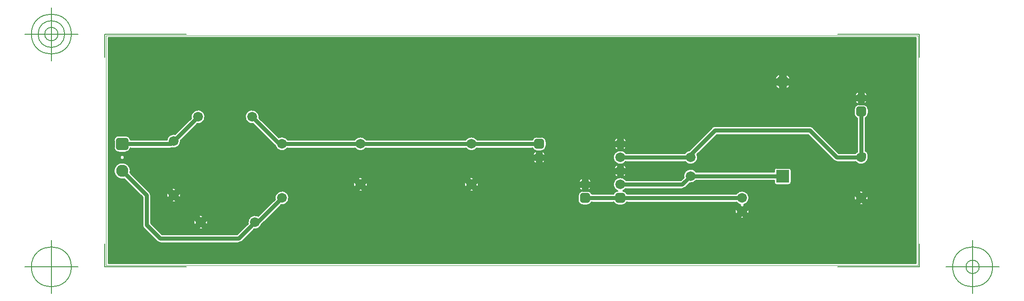
<source format=gbr>
G04 Generated by Ultiboard 14.1 *
%FSLAX25Y25*%
%MOIN*%

%ADD10C,0.00001*%
%ADD11C,0.01000*%
%ADD12C,0.03000*%
%ADD13C,0.00500*%
%ADD14C,0.00005*%
%ADD15C,0.07200*%
%ADD16R,0.03283X0.03283*%
%ADD17C,0.03917*%
%ADD18R,0.09200X0.09200*%
%ADD19C,0.09200*%
%ADD20R,0.05083X0.05083*%
%ADD21C,0.09000*%
%ADD22C,0.00100*%


G04 ColorRGB 0000FF for the following layer *
%LNCopper Bottom*%
%LPD*%
G54D10*
G36*
X598392Y-68392D02*
X598392Y-68392D01*
X1608Y-68392D01*
X1608Y98619D01*
X598392Y98619D01*
X598392Y-68392D01*
D02*
G37*
%LPC*%
G36*
X470833Y-28461D02*
G75*
D01*
G03X470833Y-28461I-833J-1539*
G01*
D02*
G37*
G36*
X471428Y-25000D02*
G75*
D01*
G03X465836Y-16885I-1428J5000*
G01*
X465836Y-16885D01*
X384899Y-16885D01*
G74*
D01*
G03X381998Y-14801I3257J1473*
G01*
G74*
D01*
G03X384164Y-13115I1998J4801*
G01*
X384164Y-13115D01*
X425833Y-13115D01*
G74*
D01*
G03X428040Y-12198I0J3115*
G01*
X428040Y-12198D01*
X431258Y-8980D01*
G75*
D01*
G03X436164Y-6948I742J5147*
G01*
X436164Y-6948D01*
X493792Y-6948D01*
X493792Y-8600D01*
G75*
D01*
G03X495400Y-10208I1608J0*
G01*
X495400Y-10208D01*
X504600Y-10208D01*
G75*
D01*
G03X506208Y-8600I0J1608*
G01*
X506208Y-8600D01*
X506208Y600D01*
G74*
D01*
G03X504600Y2208I1608J0*
G01*
X504600Y2208D01*
X495400Y2208D01*
G75*
D01*
G03X493792Y600I0J-1608*
G01*
X493792Y600D01*
X493792Y-718D01*
X436164Y-718D01*
G75*
D01*
G03X426853Y-4575I-4164J-3115*
G01*
X426853Y-4575D01*
X424543Y-6885D01*
X384164Y-6885D01*
G75*
D01*
G03X378002Y-14801I-4164J-3115*
G01*
G74*
D01*
G03X375101Y-16885I357J3557*
G01*
X375101Y-16885D01*
X358899Y-16885D01*
G74*
D01*
G03X355998Y-14801I3257J1473*
G01*
G74*
D01*
G03X358862Y-11844I1998J4801*
G01*
X358862Y-11844D01*
X355844Y-11844D01*
X355844Y-14789D01*
G74*
D01*
G03X355642Y-14783I202J3569*
G01*
X355642Y-14783D01*
X352359Y-14783D01*
G75*
D01*
G03X352156Y-14789I0J-3575*
G01*
X352156Y-14789D01*
X352156Y-11844D01*
X349138Y-11844D01*
G74*
D01*
G03X352002Y-14801I4862J1844*
G01*
G74*
D01*
G03X348783Y-18358I357J3557*
G01*
X348783Y-18358D01*
X348783Y-21641D01*
G75*
D01*
G03X352359Y-25217I3576J0*
G01*
X352359Y-25217D01*
X355642Y-25217D01*
G74*
D01*
G03X358899Y-23115I0J3576*
G01*
X358899Y-23115D01*
X375101Y-23115D01*
G75*
D01*
G03X378359Y-25217I3258J1474*
G01*
X378359Y-25217D01*
X381642Y-25217D01*
G74*
D01*
G03X384899Y-23115I0J3576*
G01*
X384899Y-23115D01*
X465836Y-23115D01*
G74*
D01*
G03X468572Y-25000I4164J3115*
G01*
G74*
D01*
G03X467866Y-25258I1428J5000*
G01*
X467866Y-25258D01*
X470000Y-27392D01*
X470833Y-26559D01*
X470833Y-26559D01*
X472134Y-25258D01*
G74*
D01*
G03X471428Y-25000I2134J4742*
G01*
D02*
G37*
G36*
X554885Y39101D02*
X554885Y39101D01*
X554885Y14164D01*
G74*
D01*
G03X553836Y13115I3115J4164*
G01*
X553836Y13115D01*
X541290Y13115D01*
X531525Y22880D01*
X531525Y22880D01*
X522206Y32200D01*
G74*
D01*
G03X520000Y33115I2206J2200*
G01*
X520000Y33115D01*
X450003Y33115D01*
G75*
D01*
G03X447797Y32203I-3J-3115*
G01*
X447797Y32203D01*
X438475Y22880D01*
X438475Y22880D01*
X430604Y15009D01*
G74*
D01*
G03X427836Y13115I1396J5009*
G01*
X427836Y13115D01*
X384164Y13115D01*
G75*
D01*
G03X384164Y6885I-4164J-3115*
G01*
X384164Y6885D01*
X427836Y6885D01*
G75*
D01*
G03X436677Y12272I4164J3115*
G01*
X436677Y12272D01*
X447286Y22880D01*
X447286Y22880D01*
X451290Y26885D01*
X518710Y26885D01*
X522714Y22880D01*
X522714Y22880D01*
X537797Y7797D01*
G75*
D01*
G03X540003Y6885I2203J2203*
G01*
X540003Y6885D01*
X553836Y6885D01*
G75*
D01*
G03X563114Y10940I4164J3115*
G01*
G75*
D01*
G03X563115Y11000I-3114J60*
G01*
X563115Y11000D01*
X563115Y12000D01*
G74*
D01*
G03X561115Y14909I3115J0*
G01*
X561115Y14909D01*
X561115Y39101D01*
G75*
D01*
G03X563217Y42359I-1473J3258*
G01*
X563217Y42359D01*
X563217Y45642D01*
G74*
D01*
G03X559998Y49199I3575J0*
G01*
G74*
D01*
G03X562862Y52156I1998J4801*
G01*
X562862Y52156D01*
X559844Y52156D01*
X559844Y49211D01*
G74*
D01*
G03X559642Y49217I202J3569*
G01*
X559642Y49217D01*
X556359Y49217D01*
G75*
D01*
G03X556156Y49211I0J-3575*
G01*
X556156Y49211D01*
X556156Y52156D01*
X553138Y52156D01*
G74*
D01*
G03X556002Y49199I4862J1844*
G01*
G74*
D01*
G03X552783Y45642I357J3557*
G01*
X552783Y45642D01*
X552783Y42359D01*
G75*
D01*
G03X554885Y39101I3576J0*
G01*
D02*
G37*
G36*
X467866Y-34742D02*
G75*
D01*
G03X472134Y-34742I2134J4742*
G01*
X472134Y-34742D01*
X470833Y-33441D01*
X470000Y-32608D01*
X467866Y-34742D01*
D02*
G37*
G36*
X375138Y21844D02*
X375138Y21844D01*
X378156Y21844D01*
X378156Y24862D01*
G74*
D01*
G03X375138Y21844I1844J4862*
G01*
D02*
G37*
G36*
X384862Y21844D02*
G74*
D01*
G03X381844Y24862I4862J1844*
G01*
X381844Y24862D01*
X381844Y21844D01*
X384862Y21844D01*
D02*
G37*
G36*
X375138Y1844D02*
X375138Y1844D01*
X378156Y1844D01*
X378156Y4862D01*
G74*
D01*
G03X375138Y1844I1844J4862*
G01*
D02*
G37*
G36*
X375138Y-1844D02*
G74*
D01*
G03X378156Y-4862I4862J1844*
G01*
X378156Y-4862D01*
X378156Y-1844D01*
X375138Y-1844D01*
D02*
G37*
G36*
X375138Y18156D02*
G74*
D01*
G03X378156Y15138I4862J1844*
G01*
X378156Y15138D01*
X378156Y18156D01*
X375138Y18156D01*
D02*
G37*
G36*
X321642Y25217D02*
X321642Y25217D01*
X318359Y25217D01*
G75*
D01*
G03X315101Y23115I0J-3575*
G01*
X315101Y23115D01*
X274164Y23115D01*
G75*
D01*
G03X265836Y23115I-4164J-3115*
G01*
X265836Y23115D01*
X192164Y23115D01*
G75*
D01*
G03X183836Y23115I-4164J-3115*
G01*
X183836Y23115D01*
X134164Y23115D01*
G75*
D01*
G03X127728Y24677I-4164J-3115*
G01*
X127728Y24677D01*
X113147Y39258D01*
G75*
D01*
G03X108742Y34853I-5147J742*
G01*
X108742Y34853D01*
X120714Y22880D01*
X120714Y22880D01*
X124991Y18604D01*
G75*
D01*
G03X134164Y16885I5009J1396*
G01*
X134164Y16885D01*
X183836Y16885D01*
G75*
D01*
G03X192164Y16885I4164J3115*
G01*
X192164Y16885D01*
X265836Y16885D01*
G75*
D01*
G03X274164Y16885I4164J3115*
G01*
X274164Y16885D01*
X315101Y16885D01*
G74*
D01*
G03X318002Y14801I3258J1474*
G01*
G74*
D01*
G03X315138Y11844I1998J4801*
G01*
X315138Y11844D01*
X318156Y11844D01*
X318156Y14789D01*
G75*
D01*
G03X318359Y14783I203J3570*
G01*
X318359Y14783D01*
X321642Y14783D01*
G74*
D01*
G03X321844Y14789I0J3576*
G01*
X321844Y14789D01*
X321844Y11844D01*
X324862Y11844D01*
G74*
D01*
G03X321998Y14801I4862J1844*
G01*
G75*
D01*
G03X325217Y18359I-356J3558*
G01*
X325217Y18359D01*
X325217Y21642D01*
G74*
D01*
G03X321642Y25217I3575J0*
G01*
D02*
G37*
G36*
X55147Y22742D02*
X55147Y22742D01*
X55286Y22880D01*
X67258Y34853D01*
G75*
D01*
G03X62853Y39258I742J5147*
G01*
X62853Y39258D01*
X50742Y27147D01*
G75*
D01*
G03X44921Y23115I-742J-5147*
G01*
X44921Y23115D01*
X18071Y23115D01*
G74*
D01*
G03X14542Y26117I3529J573*
G01*
X14542Y26117D01*
X9459Y26117D01*
G75*
D01*
G03X5883Y22542I0J-3575*
G01*
X5883Y22542D01*
X5883Y17459D01*
G75*
D01*
G03X9459Y13883I3576J0*
G01*
X9459Y13883D01*
X14542Y13883D01*
G74*
D01*
G03X18071Y16885I0J3576*
G01*
X18071Y16885D01*
X47997Y16885D01*
G75*
D01*
G03X48701Y16965I3J3115*
G01*
G75*
D01*
G03X55147Y22742I1299J5035*
G01*
D02*
G37*
G36*
X187369Y-11632D02*
G75*
D01*
G03X187369Y-11632I631J1632*
G01*
D02*
G37*
G36*
X185866Y-14742D02*
G75*
D01*
G03X190134Y-14742I2134J4742*
G01*
X190134Y-14742D01*
X188000Y-12608D01*
X187369Y-13239D01*
X187369Y-13239D01*
X185866Y-14742D01*
D02*
G37*
G36*
X185866Y-5258D02*
X185866Y-5258D01*
X187369Y-6761D01*
X187369Y-6761D01*
X188000Y-7392D01*
X190134Y-5258D01*
G75*
D01*
G03X185866Y-5258I-2134J-4742*
G01*
D02*
G37*
G36*
X104853Y-38742D02*
X104853Y-38742D01*
X96710Y-46885D01*
X41290Y-46885D01*
X33115Y-38710D01*
X33115Y-18000D01*
G74*
D01*
G03X32200Y-15794I3115J0*
G01*
X32200Y-15794D01*
X17911Y-1506D01*
G75*
D01*
G03X13506Y-5911I-5911J1506*
G01*
X13506Y-5911D01*
X26885Y-19290D01*
X26885Y-39995D01*
G75*
D01*
G03X27797Y-42203I3115J-5*
G01*
X27797Y-42203D01*
X37797Y-52203D01*
G75*
D01*
G03X40004Y-53115I2203J2203*
G01*
X40004Y-53115D01*
X98000Y-53115D01*
G74*
D01*
G03X100206Y-52200I0J3115*
G01*
X100206Y-52200D01*
X109258Y-43147D01*
G75*
D01*
G03X115009Y-39396I742J5147*
G01*
X115009Y-39396D01*
X129258Y-25147D01*
G75*
D01*
G03X124853Y-20742I742J5147*
G01*
X124853Y-20742D01*
X112272Y-33323D01*
G75*
D01*
G03X104853Y-38742I-2272J-4677*
G01*
D02*
G37*
G36*
X378425Y20000D02*
G75*
D01*
G03X378425Y20000I1575J0*
G01*
D02*
G37*
G36*
X384862Y18156D02*
X384862Y18156D01*
X381844Y18156D01*
X381844Y15138D01*
G74*
D01*
G03X384862Y18156I1844J4862*
G01*
D02*
G37*
G36*
X381844Y4862D02*
X381844Y4862D01*
X381844Y1844D01*
X384862Y1844D01*
G74*
D01*
G03X381844Y4862I4862J1844*
G01*
D02*
G37*
G36*
X384862Y-1844D02*
X384862Y-1844D01*
X381844Y-1844D01*
X381844Y-4862D01*
G74*
D01*
G03X384862Y-1844I1844J4862*
G01*
D02*
G37*
G36*
X378425Y0D02*
G75*
D01*
G03X378425Y0I1575J0*
G01*
D02*
G37*
G36*
X465258Y-27866D02*
G75*
D01*
G03X465258Y-32134I4742J-2134*
G01*
X465258Y-32134D01*
X467392Y-30000D01*
X465258Y-27866D01*
D02*
G37*
G36*
X556031Y54000D02*
G75*
D01*
G03X556031Y54000I1969J0*
G01*
D02*
G37*
G36*
X497801Y60203D02*
X497801Y60203D01*
X497801Y63801D01*
X494203Y63801D01*
G74*
D01*
G03X497801Y60203I5797J2199*
G01*
D02*
G37*
G36*
X505797Y63801D02*
X505797Y63801D01*
X502199Y63801D01*
X502199Y60203D01*
G74*
D01*
G03X505797Y63801I2199J5797*
G01*
D02*
G37*
G36*
X553138Y55844D02*
X553138Y55844D01*
X556156Y55844D01*
X556156Y58862D01*
G74*
D01*
G03X553138Y55844I1844J4862*
G01*
D02*
G37*
G36*
X559844Y58862D02*
X559844Y58862D01*
X559844Y55844D01*
X562862Y55844D01*
G74*
D01*
G03X559844Y58862I4862J1844*
G01*
D02*
G37*
G36*
X494203Y68199D02*
X494203Y68199D01*
X497801Y68199D01*
X497801Y71797D01*
G74*
D01*
G03X494203Y68199I2199J5797*
G01*
D02*
G37*
G36*
X502199Y71797D02*
X502199Y71797D01*
X502199Y68199D01*
X505797Y68199D01*
G74*
D01*
G03X502199Y71797I5797J2199*
G01*
D02*
G37*
G36*
X497244Y66000D02*
G75*
D01*
G03X497244Y66000I2756J0*
G01*
D02*
G37*
G36*
X192742Y-7866D02*
X192742Y-7866D01*
X190608Y-10000D01*
X192742Y-12134D01*
G75*
D01*
G03X192742Y-7866I-4742J2134*
G01*
D02*
G37*
G36*
X265258Y-7866D02*
G75*
D01*
G03X265258Y-12134I4742J-2134*
G01*
X265258Y-12134D01*
X267392Y-10000D01*
X265258Y-7866D01*
D02*
G37*
G36*
X274742Y-7866D02*
X274742Y-7866D01*
X272608Y-10000D01*
X274742Y-12134D01*
G75*
D01*
G03X274742Y-7866I-4742J2134*
G01*
D02*
G37*
G36*
X272134Y-14742D02*
X272134Y-14742D01*
X270000Y-12608D01*
X267866Y-14742D01*
G75*
D01*
G03X272134Y-14742I2134J4742*
G01*
D02*
G37*
G36*
X268250Y-10000D02*
G75*
D01*
G03X268250Y-10000I1750J0*
G01*
D02*
G37*
G36*
X267866Y-5258D02*
X267866Y-5258D01*
X270000Y-7392D01*
X272134Y-5258D01*
G75*
D01*
G03X267866Y-5258I-2134J-4742*
G01*
D02*
G37*
G36*
X65258Y-35866D02*
G75*
D01*
G03X65258Y-40134I4742J-2134*
G01*
X65258Y-40134D01*
X67392Y-38000D01*
X65258Y-35866D01*
D02*
G37*
G36*
X72134Y-42742D02*
X72134Y-42742D01*
X70000Y-40608D01*
X67866Y-42742D01*
G75*
D01*
G03X72134Y-42742I2134J4742*
G01*
D02*
G37*
G36*
X67981Y-38000D02*
G75*
D01*
G03X67981Y-38000I2019J0*
G01*
D02*
G37*
G36*
X74742Y-35866D02*
X74742Y-35866D01*
X72608Y-38000D01*
X74742Y-40134D01*
G75*
D01*
G03X74742Y-35866I-4742J2134*
G01*
D02*
G37*
G36*
X67866Y-33258D02*
X67866Y-33258D01*
X70000Y-35392D01*
X72134Y-33258D01*
G75*
D01*
G03X67866Y-33258I-2134J-4742*
G01*
D02*
G37*
G36*
X45258Y-15866D02*
G75*
D01*
G03X45258Y-20134I4742J-2134*
G01*
X45258Y-20134D01*
X47392Y-18000D01*
X45258Y-15866D01*
D02*
G37*
G36*
X54742Y-15866D02*
X54742Y-15866D01*
X52608Y-18000D01*
X54742Y-20134D01*
G75*
D01*
G03X54742Y-15866I-4742J2134*
G01*
D02*
G37*
G36*
X52134Y-22742D02*
X52134Y-22742D01*
X50000Y-20608D01*
X47866Y-22742D01*
G75*
D01*
G03X52134Y-22742I2134J4742*
G01*
D02*
G37*
G36*
X47981Y-18000D02*
G75*
D01*
G03X47981Y-18000I2019J0*
G01*
D02*
G37*
G36*
X47866Y-13258D02*
X47866Y-13258D01*
X50000Y-15392D01*
X52134Y-13258D01*
G75*
D01*
G03X47866Y-13258I-2134J-4742*
G01*
D02*
G37*
G36*
X10350Y10000D02*
G75*
D01*
G03X10350Y10000I1650J0*
G01*
D02*
G37*
G36*
X474742Y-27866D02*
X474742Y-27866D01*
X472608Y-30000D01*
X474742Y-32134D01*
G75*
D01*
G03X474742Y-27866I-4742J2134*
G01*
D02*
G37*
G36*
X560134Y-24742D02*
X560134Y-24742D01*
X558000Y-22608D01*
X555866Y-24742D01*
G75*
D01*
G03X560134Y-24742I2134J4742*
G01*
D02*
G37*
G36*
X555866Y-15258D02*
X555866Y-15258D01*
X558000Y-17392D01*
X560134Y-15258D01*
G75*
D01*
G03X555866Y-15258I-2134J-4742*
G01*
D02*
G37*
G36*
X556425Y-20000D02*
G75*
D01*
G03X556425Y-20000I1575J0*
G01*
D02*
G37*
G36*
X553258Y-17866D02*
G75*
D01*
G03X553258Y-22134I4742J-2134*
G01*
X553258Y-22134D01*
X555392Y-20000D01*
X553258Y-17866D01*
D02*
G37*
G36*
X562742Y-17866D02*
X562742Y-17866D01*
X560608Y-20000D01*
X562742Y-22134D01*
G75*
D01*
G03X562742Y-17866I-4742J2134*
G01*
D02*
G37*
G36*
X352031Y-10000D02*
G75*
D01*
G03X352031Y-10000I1969J0*
G01*
D02*
G37*
G36*
X349138Y-8156D02*
X349138Y-8156D01*
X352156Y-8156D01*
X352156Y-5138D01*
G74*
D01*
G03X349138Y-8156I1844J4862*
G01*
D02*
G37*
G36*
X355844Y-5138D02*
X355844Y-5138D01*
X355844Y-8156D01*
X358862Y-8156D01*
G74*
D01*
G03X355844Y-5138I4862J1844*
G01*
D02*
G37*
G36*
X324862Y8156D02*
X324862Y8156D01*
X321844Y8156D01*
X321844Y5138D01*
G74*
D01*
G03X324862Y8156I1844J4862*
G01*
D02*
G37*
G36*
X318156Y5138D02*
X318156Y5138D01*
X318156Y8156D01*
X315138Y8156D01*
G74*
D01*
G03X318156Y5138I4862J1844*
G01*
D02*
G37*
G36*
X318031Y10000D02*
G75*
D01*
G03X318031Y10000I1969J0*
G01*
D02*
G37*
G36*
X183258Y-7866D02*
G75*
D01*
G03X183258Y-12134I4742J-2134*
G01*
X183258Y-12134D01*
X185392Y-10000D01*
X183258Y-7866D01*
D02*
G37*
%LPD*%
G54D11*
X470833Y-28461D02*
G75*
D01*
G03X470833Y-28461I-833J-1539*
G01*
X471428Y-25000D02*
G75*
D01*
G03X465836Y-16885I-1428J5000*
G01*
X384899Y-16885D01*
G74*
D01*
G03X381998Y-14801I3257J1473*
G01*
G74*
D01*
G03X384164Y-13115I1998J4801*
G01*
X425833Y-13115D01*
G74*
D01*
G03X428040Y-12198I0J3115*
G01*
X431258Y-8980D01*
G75*
D01*
G03X436164Y-6948I742J5147*
G01*
X493792Y-6948D01*
X493792Y-8600D01*
G75*
D01*
G03X495400Y-10208I1608J0*
G01*
X504600Y-10208D01*
G75*
D01*
G03X506208Y-8600I0J1608*
G01*
X506208Y600D01*
G74*
D01*
G03X504600Y2208I1608J0*
G01*
X495400Y2208D01*
G75*
D01*
G03X493792Y600I0J-1608*
G01*
X493792Y-718D01*
X436164Y-718D01*
G75*
D01*
G03X426853Y-4575I-4164J-3115*
G01*
X424543Y-6885D01*
X384164Y-6885D01*
G75*
D01*
G03X378002Y-14801I-4164J-3115*
G01*
G74*
D01*
G03X375101Y-16885I357J3557*
G01*
X358899Y-16885D01*
G74*
D01*
G03X355998Y-14801I3257J1473*
G01*
G74*
D01*
G03X358862Y-11844I1998J4801*
G01*
X355844Y-11844D01*
X355844Y-14789D01*
G74*
D01*
G03X355642Y-14783I202J3569*
G01*
X352359Y-14783D01*
G75*
D01*
G03X352156Y-14789I0J-3575*
G01*
X352156Y-11844D01*
X349138Y-11844D01*
G74*
D01*
G03X352002Y-14801I4862J1844*
G01*
G74*
D01*
G03X348783Y-18358I357J3557*
G01*
X348783Y-21641D01*
G75*
D01*
G03X352359Y-25217I3576J0*
G01*
X355642Y-25217D01*
G74*
D01*
G03X358899Y-23115I0J3576*
G01*
X375101Y-23115D01*
G75*
D01*
G03X378359Y-25217I3258J1474*
G01*
X381642Y-25217D01*
G74*
D01*
G03X384899Y-23115I0J3576*
G01*
X465836Y-23115D01*
G74*
D01*
G03X468572Y-25000I4164J3115*
G01*
G74*
D01*
G03X467866Y-25258I1428J5000*
G01*
X470000Y-27392D01*
X470833Y-26559D01*
X470833Y-26559D01*
X472134Y-25258D01*
G74*
D01*
G03X471428Y-25000I2134J4742*
G01*
X554885Y39101D02*
X554885Y14164D01*
G74*
D01*
G03X553836Y13115I3115J4164*
G01*
X541290Y13115D01*
X531525Y22880D01*
X531525Y22880D01*
X522206Y32200D01*
G74*
D01*
G03X520000Y33115I2206J2200*
G01*
X450003Y33115D01*
G75*
D01*
G03X447797Y32203I-3J-3115*
G01*
X438475Y22880D01*
X438475Y22880D01*
X430604Y15009D01*
G74*
D01*
G03X427836Y13115I1396J5009*
G01*
X384164Y13115D01*
G75*
D01*
G03X384164Y6885I-4164J-3115*
G01*
X427836Y6885D01*
G75*
D01*
G03X436677Y12272I4164J3115*
G01*
X447286Y22880D01*
X447286Y22880D01*
X451290Y26885D01*
X518710Y26885D01*
X522714Y22880D01*
X522714Y22880D01*
X537797Y7797D01*
G75*
D01*
G03X540003Y6885I2203J2203*
G01*
X553836Y6885D01*
G75*
D01*
G03X563114Y10940I4164J3115*
G01*
G75*
D01*
G03X563115Y11000I-3114J60*
G01*
X563115Y12000D01*
G74*
D01*
G03X561115Y14909I3115J0*
G01*
X561115Y39101D01*
G75*
D01*
G03X563217Y42359I-1473J3258*
G01*
X563217Y45642D01*
G74*
D01*
G03X559998Y49199I3575J0*
G01*
G74*
D01*
G03X562862Y52156I1998J4801*
G01*
X559844Y52156D01*
X559844Y49211D01*
G74*
D01*
G03X559642Y49217I202J3569*
G01*
X556359Y49217D01*
G75*
D01*
G03X556156Y49211I0J-3575*
G01*
X556156Y52156D01*
X553138Y52156D01*
G74*
D01*
G03X556002Y49199I4862J1844*
G01*
G74*
D01*
G03X552783Y45642I357J3557*
G01*
X552783Y42359D01*
G75*
D01*
G03X554885Y39101I3576J0*
G01*
X467866Y-34742D02*
G75*
D01*
G03X472134Y-34742I2134J4742*
G01*
X470833Y-33441D01*
X470000Y-32608D01*
X467866Y-34742D01*
X375138Y21844D02*
X378156Y21844D01*
X378156Y24862D01*
G74*
D01*
G03X375138Y21844I1844J4862*
G01*
X384862Y21844D02*
G74*
D01*
G03X381844Y24862I4862J1844*
G01*
X381844Y21844D01*
X384862Y21844D01*
X375138Y1844D02*
X378156Y1844D01*
X378156Y4862D01*
G74*
D01*
G03X375138Y1844I1844J4862*
G01*
X375138Y-1844D02*
G74*
D01*
G03X378156Y-4862I4862J1844*
G01*
X378156Y-1844D01*
X375138Y-1844D01*
X375138Y18156D02*
G74*
D01*
G03X378156Y15138I4862J1844*
G01*
X378156Y18156D01*
X375138Y18156D01*
X321642Y25217D02*
X318359Y25217D01*
G75*
D01*
G03X315101Y23115I0J-3575*
G01*
X274164Y23115D01*
G75*
D01*
G03X265836Y23115I-4164J-3115*
G01*
X192164Y23115D01*
G75*
D01*
G03X183836Y23115I-4164J-3115*
G01*
X134164Y23115D01*
G75*
D01*
G03X127728Y24677I-4164J-3115*
G01*
X113147Y39258D01*
G75*
D01*
G03X108742Y34853I-5147J742*
G01*
X120714Y22880D01*
X120714Y22880D01*
X124991Y18604D01*
G75*
D01*
G03X134164Y16885I5009J1396*
G01*
X183836Y16885D01*
G75*
D01*
G03X192164Y16885I4164J3115*
G01*
X265836Y16885D01*
G75*
D01*
G03X274164Y16885I4164J3115*
G01*
X315101Y16885D01*
G74*
D01*
G03X318002Y14801I3258J1474*
G01*
G74*
D01*
G03X315138Y11844I1998J4801*
G01*
X318156Y11844D01*
X318156Y14789D01*
G75*
D01*
G03X318359Y14783I203J3570*
G01*
X321642Y14783D01*
G74*
D01*
G03X321844Y14789I0J3576*
G01*
X321844Y11844D01*
X324862Y11844D01*
G74*
D01*
G03X321998Y14801I4862J1844*
G01*
G75*
D01*
G03X325217Y18359I-356J3558*
G01*
X325217Y21642D01*
G74*
D01*
G03X321642Y25217I3575J0*
G01*
X55147Y22742D02*
X55286Y22880D01*
X67258Y34853D01*
G75*
D01*
G03X62853Y39258I742J5147*
G01*
X50742Y27147D01*
G75*
D01*
G03X44921Y23115I-742J-5147*
G01*
X18071Y23115D01*
G74*
D01*
G03X14542Y26117I3529J573*
G01*
X9459Y26117D01*
G75*
D01*
G03X5883Y22542I0J-3575*
G01*
X5883Y17459D01*
G75*
D01*
G03X9459Y13883I3576J0*
G01*
X14542Y13883D01*
G74*
D01*
G03X18071Y16885I0J3576*
G01*
X47997Y16885D01*
G75*
D01*
G03X48701Y16965I3J3115*
G01*
G75*
D01*
G03X55147Y22742I1299J5035*
G01*
X187369Y-11632D02*
G75*
D01*
G03X187369Y-11632I631J1632*
G01*
X185866Y-14742D02*
G75*
D01*
G03X190134Y-14742I2134J4742*
G01*
X188000Y-12608D01*
X187369Y-13239D01*
X187369Y-13239D01*
X185866Y-14742D01*
X185866Y-5258D02*
X187369Y-6761D01*
X187369Y-6761D01*
X188000Y-7392D01*
X190134Y-5258D01*
G75*
D01*
G03X185866Y-5258I-2134J-4742*
G01*
X104853Y-38742D02*
X96710Y-46885D01*
X41290Y-46885D01*
X33115Y-38710D01*
X33115Y-18000D01*
G74*
D01*
G03X32200Y-15794I3115J0*
G01*
X17911Y-1506D01*
G75*
D01*
G03X13506Y-5911I-5911J1506*
G01*
X26885Y-19290D01*
X26885Y-39995D01*
G75*
D01*
G03X27797Y-42203I3115J-5*
G01*
X37797Y-52203D01*
G75*
D01*
G03X40004Y-53115I2203J2203*
G01*
X98000Y-53115D01*
G74*
D01*
G03X100206Y-52200I0J3115*
G01*
X109258Y-43147D01*
G75*
D01*
G03X115009Y-39396I742J5147*
G01*
X129258Y-25147D01*
G75*
D01*
G03X124853Y-20742I742J5147*
G01*
X112272Y-33323D01*
G75*
D01*
G03X104853Y-38742I-2272J-4677*
G01*
X378425Y20000D02*
G75*
D01*
G03X378425Y20000I1575J0*
G01*
X384862Y18156D02*
X381844Y18156D01*
X381844Y15138D01*
G74*
D01*
G03X384862Y18156I1844J4862*
G01*
X381844Y4862D02*
X381844Y1844D01*
X384862Y1844D01*
G74*
D01*
G03X381844Y4862I4862J1844*
G01*
X384862Y-1844D02*
X381844Y-1844D01*
X381844Y-4862D01*
G74*
D01*
G03X384862Y-1844I1844J4862*
G01*
X378425Y0D02*
G75*
D01*
G03X378425Y0I1575J0*
G01*
X465258Y-27866D02*
G75*
D01*
G03X465258Y-32134I4742J-2134*
G01*
X467392Y-30000D01*
X465258Y-27866D01*
X556031Y54000D02*
G75*
D01*
G03X556031Y54000I1969J0*
G01*
X497801Y60203D02*
X497801Y63801D01*
X494203Y63801D01*
G74*
D01*
G03X497801Y60203I5797J2199*
G01*
X505797Y63801D02*
X502199Y63801D01*
X502199Y60203D01*
G74*
D01*
G03X505797Y63801I2199J5797*
G01*
X553138Y55844D02*
X556156Y55844D01*
X556156Y58862D01*
G74*
D01*
G03X553138Y55844I1844J4862*
G01*
X559844Y58862D02*
X559844Y55844D01*
X562862Y55844D01*
G74*
D01*
G03X559844Y58862I4862J1844*
G01*
X494203Y68199D02*
X497801Y68199D01*
X497801Y71797D01*
G74*
D01*
G03X494203Y68199I2199J5797*
G01*
X502199Y71797D02*
X502199Y68199D01*
X505797Y68199D01*
G74*
D01*
G03X502199Y71797I5797J2199*
G01*
X497244Y66000D02*
G75*
D01*
G03X497244Y66000I2756J0*
G01*
X192742Y-7866D02*
X190608Y-10000D01*
X192742Y-12134D01*
G75*
D01*
G03X192742Y-7866I-4742J2134*
G01*
X265258Y-7866D02*
G75*
D01*
G03X265258Y-12134I4742J-2134*
G01*
X267392Y-10000D01*
X265258Y-7866D01*
X274742Y-7866D02*
X272608Y-10000D01*
X274742Y-12134D01*
G75*
D01*
G03X274742Y-7866I-4742J2134*
G01*
X272134Y-14742D02*
X270000Y-12608D01*
X267866Y-14742D01*
G75*
D01*
G03X272134Y-14742I2134J4742*
G01*
X268250Y-10000D02*
G75*
D01*
G03X268250Y-10000I1750J0*
G01*
X267866Y-5258D02*
X270000Y-7392D01*
X272134Y-5258D01*
G75*
D01*
G03X267866Y-5258I-2134J-4742*
G01*
X65258Y-35866D02*
G75*
D01*
G03X65258Y-40134I4742J-2134*
G01*
X67392Y-38000D01*
X65258Y-35866D01*
X72134Y-42742D02*
X70000Y-40608D01*
X67866Y-42742D01*
G75*
D01*
G03X72134Y-42742I2134J4742*
G01*
X67981Y-38000D02*
G75*
D01*
G03X67981Y-38000I2019J0*
G01*
X74742Y-35866D02*
X72608Y-38000D01*
X74742Y-40134D01*
G75*
D01*
G03X74742Y-35866I-4742J2134*
G01*
X67866Y-33258D02*
X70000Y-35392D01*
X72134Y-33258D01*
G75*
D01*
G03X67866Y-33258I-2134J-4742*
G01*
X45258Y-15866D02*
G75*
D01*
G03X45258Y-20134I4742J-2134*
G01*
X47392Y-18000D01*
X45258Y-15866D01*
X54742Y-15866D02*
X52608Y-18000D01*
X54742Y-20134D01*
G75*
D01*
G03X54742Y-15866I-4742J2134*
G01*
X52134Y-22742D02*
X50000Y-20608D01*
X47866Y-22742D01*
G75*
D01*
G03X52134Y-22742I2134J4742*
G01*
X47981Y-18000D02*
G75*
D01*
G03X47981Y-18000I2019J0*
G01*
X47866Y-13258D02*
X50000Y-15392D01*
X52134Y-13258D01*
G75*
D01*
G03X47866Y-13258I-2134J-4742*
G01*
X10350Y10000D02*
G75*
D01*
G03X10350Y10000I1650J0*
G01*
X474742Y-27866D02*
X472608Y-30000D01*
X474742Y-32134D01*
G75*
D01*
G03X474742Y-27866I-4742J2134*
G01*
X560134Y-24742D02*
X558000Y-22608D01*
X555866Y-24742D01*
G75*
D01*
G03X560134Y-24742I2134J4742*
G01*
X555866Y-15258D02*
X558000Y-17392D01*
X560134Y-15258D01*
G75*
D01*
G03X555866Y-15258I-2134J-4742*
G01*
X556425Y-20000D02*
G75*
D01*
G03X556425Y-20000I1575J0*
G01*
X553258Y-17866D02*
G75*
D01*
G03X553258Y-22134I4742J-2134*
G01*
X555392Y-20000D01*
X553258Y-17866D01*
X562742Y-17866D02*
X560608Y-20000D01*
X562742Y-22134D01*
G75*
D01*
G03X562742Y-17866I-4742J2134*
G01*
X352031Y-10000D02*
G75*
D01*
G03X352031Y-10000I1969J0*
G01*
X349138Y-8156D02*
X352156Y-8156D01*
X352156Y-5138D01*
G74*
D01*
G03X349138Y-8156I1844J4862*
G01*
X355844Y-5138D02*
X355844Y-8156D01*
X358862Y-8156D01*
G74*
D01*
G03X355844Y-5138I4862J1844*
G01*
X324862Y8156D02*
X321844Y8156D01*
X321844Y5138D01*
G74*
D01*
G03X324862Y8156I1844J4862*
G01*
X318156Y5138D02*
X318156Y8156D01*
X315138Y8156D01*
G74*
D01*
G03X318156Y5138I4862J1844*
G01*
X318031Y10000D02*
G75*
D01*
G03X318031Y10000I1969J0*
G01*
X183258Y-7866D02*
G75*
D01*
G03X183258Y-12134I4742J-2134*
G01*
X185392Y-10000D01*
X183258Y-7866D01*
X598392Y-68392D02*
X1608Y-68392D01*
X1608Y98619D01*
X598392Y98619D01*
X598392Y-68392D01*
G54D12*
X68000Y40000D02*
X69000Y40000D01*
X68000Y40000D02*
X48000Y20000D01*
X11000Y20000D01*
X108000Y40000D02*
X128000Y20000D01*
X320000Y20000D01*
X112000Y-38000D02*
X130000Y-20000D01*
X98000Y-50000D02*
X110000Y-38000D01*
X112000Y-38000D01*
X40000Y-50000D02*
X98000Y-50000D01*
X30000Y-40000D02*
X40000Y-50000D01*
X30000Y-18000D02*
X30000Y-40000D01*
X12000Y0D02*
X30000Y-18000D01*
X432000Y-3833D02*
X499833Y-3833D01*
X425833Y-10000D02*
X432000Y-3833D01*
X380000Y-10000D02*
X425833Y-10000D01*
X354000Y-20000D02*
X470000Y-20000D01*
X540000Y10000D02*
X559000Y10000D01*
X560000Y11000D01*
X560000Y12000D01*
X558000Y44000D02*
X558000Y10000D01*
X520000Y30000D02*
X540000Y10000D01*
X450000Y30000D02*
X520000Y30000D01*
X430000Y10000D02*
X450000Y30000D01*
X430000Y10000D02*
X380000Y10000D01*
G54D13*
X-1000Y-71000D02*
X-1000Y-53777D01*
X-1000Y-71000D02*
X59200Y-71000D01*
X601000Y-71000D02*
X540800Y-71000D01*
X601000Y-71000D02*
X601000Y-53777D01*
X601000Y101227D02*
X601000Y84004D01*
X601000Y101227D02*
X540800Y101227D01*
X-1000Y101227D02*
X59200Y101227D01*
X-1000Y101227D02*
X-1000Y84004D01*
X-20685Y-71000D02*
X-60055Y-71000D01*
X-40370Y-90685D02*
X-40370Y-51315D01*
X-55134Y-71000D02*
G75*
D01*
G02X-55134Y-71000I14764J0*
G01*
X620685Y-71000D02*
X660055Y-71000D01*
X640370Y-90685D02*
X640370Y-51315D01*
X625606Y-71000D02*
G75*
D01*
G02X625606Y-71000I14764J0*
G01*
X635449Y-71000D02*
G75*
D01*
G02X635449Y-71000I4921J0*
G01*
X-20685Y101227D02*
X-60055Y101227D01*
X-40370Y81542D02*
X-40370Y120912D01*
X-55134Y101227D02*
G75*
D01*
G02X-55134Y101227I14764J0*
G01*
X-50213Y101227D02*
G75*
D01*
G02X-50213Y101227I9843J0*
G01*
X-45291Y101227D02*
G75*
D01*
G02X-45291Y101227I4921J0*
G01*
X-1000Y-71000D02*
X-1000Y-53777D01*
X-1000Y-71000D02*
X59200Y-71000D01*
X601000Y-71000D02*
X540800Y-71000D01*
X601000Y-71000D02*
X601000Y-53777D01*
X601000Y101227D02*
X601000Y84004D01*
X601000Y101227D02*
X540800Y101227D01*
X-1000Y101227D02*
X59200Y101227D01*
X-1000Y101227D02*
X-1000Y84004D01*
X-20685Y-71000D02*
X-60055Y-71000D01*
X-40370Y-90685D02*
X-40370Y-51315D01*
X-55134Y-71000D02*
G75*
D01*
G02X-55134Y-71000I14764J0*
G01*
X620685Y-71000D02*
X660055Y-71000D01*
X640370Y-90685D02*
X640370Y-51315D01*
X625606Y-71000D02*
G75*
D01*
G02X625606Y-71000I14764J0*
G01*
X635449Y-71000D02*
G75*
D01*
G02X635449Y-71000I4921J0*
G01*
X-20685Y101227D02*
X-60055Y101227D01*
X-40370Y81542D02*
X-40370Y120912D01*
X-55134Y101227D02*
G75*
D01*
G02X-55134Y101227I14764J0*
G01*
X-50213Y101227D02*
G75*
D01*
G02X-50213Y101227I9843J0*
G01*
X-45291Y101227D02*
G75*
D01*
G02X-45291Y101227I4921J0*
G01*
G54D14*
X0Y-70000D02*
X600000Y-70000D01*
X600000Y100227D01*
X0Y100227D01*
X0Y-70000D01*
G54D15*
X470000Y-30000D03*
X470000Y-20000D03*
X558000Y-20000D03*
X558000Y10000D03*
X354000Y-10000D03*
X432000Y10000D03*
X432000Y-3833D03*
X558000Y54000D03*
X108000Y40000D03*
X68000Y40000D03*
X50000Y22000D03*
X50000Y-18000D03*
X110000Y-38000D03*
X70000Y-38000D03*
X130000Y20000D03*
X130000Y-20000D03*
X188000Y-10000D03*
X188000Y20000D03*
X270000Y-10000D03*
X270000Y20000D03*
X320000Y10000D03*
X380000Y-10000D03*
X380000Y0D03*
X380000Y20000D03*
X380000Y10000D03*
G54D16*
X354000Y-20000D03*
X558000Y44000D03*
X320000Y20000D03*
X380000Y-20000D03*
G54D17*
X352359Y-21641D02*
X355641Y-21641D01*
X355641Y-18359D01*
X352359Y-18359D01*
X352359Y-21641D01*D02*
X556359Y42359D02*
X559641Y42359D01*
X559641Y45641D01*
X556359Y45641D01*
X556359Y42359D01*D02*
X318359Y18359D02*
X321641Y18359D01*
X321641Y21641D01*
X318359Y21641D01*
X318359Y18359D01*D02*
X378359Y-21641D02*
X381641Y-21641D01*
X381641Y-18359D01*
X378359Y-18359D01*
X378359Y-21641D01*D02*
X9459Y17459D02*
X14541Y17459D01*
X14541Y22541D01*
X9459Y22541D01*
X9459Y17459D01*D02*
G54D18*
X500000Y-4000D03*
G54D19*
X500000Y66000D03*
G54D20*
X12000Y20000D03*
G54D21*
X12000Y0D03*
G54D22*
X12000Y10000D03*

M02*

</source>
